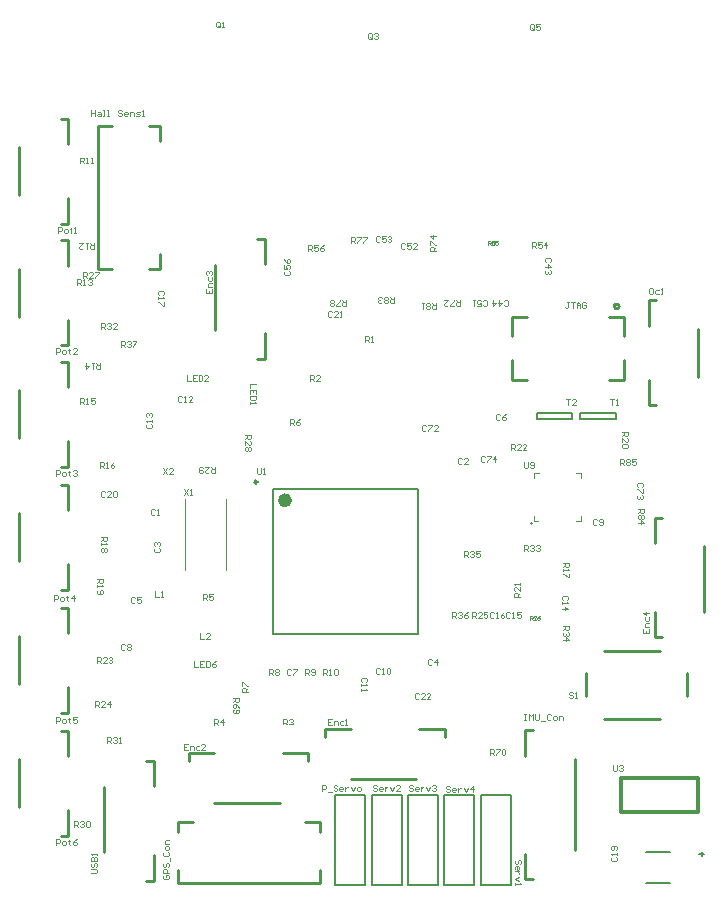
<source format=gto>
G04 Layer_Color=65535*
%FSLAX25Y25*%
%MOIN*%
G70*
G01*
G75*
%ADD32C,0.01181*%
%ADD35C,0.00984*%
%ADD74C,0.02362*%
%ADD75C,0.01000*%
%ADD76C,0.00394*%
%ADD77C,0.00787*%
%ADD78C,0.00591*%
D32*
X202850Y36700D02*
X228441D01*
X202850Y25500D02*
Y36700D01*
Y25500D02*
X228441D01*
Y36700D01*
D35*
X81571Y135378D02*
G03*
X81571Y135378I-492J0D01*
G01*
D74*
X91905Y129276D02*
G03*
X91905Y129276I-1181J0D01*
G01*
D75*
X202125Y193900D02*
G03*
X202125Y193900I-825J0D01*
G01*
X172846Y121634D02*
X172886D01*
X197000Y79100D02*
X215700D01*
X224900Y64000D02*
Y71600D01*
X197000Y56500D02*
X215701D01*
X191100Y64000D02*
Y71598D01*
X166300Y169500D02*
X171300D01*
X166300D02*
Y175900D01*
Y190500D02*
X171300D01*
X166300Y184100D02*
Y190500D01*
X198900Y169500D02*
X203900D01*
Y175900D01*
Y183900D02*
Y190300D01*
X198900D02*
X203900D01*
X18500Y248000D02*
Y256500D01*
X16000D02*
X18500D01*
X2000Y231000D02*
Y247000D01*
X16000Y221500D02*
X18500D01*
Y230000D01*
Y207500D02*
Y216000D01*
X16000D02*
X18500D01*
X2000Y190500D02*
Y206500D01*
X16000Y181000D02*
X18500D01*
Y189500D01*
Y167000D02*
Y175500D01*
X16000D02*
X18500D01*
X2000Y150000D02*
Y166000D01*
X16000Y140500D02*
X18500D01*
Y149000D01*
Y126000D02*
Y134500D01*
X16000D02*
X18500D01*
X2000Y109000D02*
Y125000D01*
X16000Y99500D02*
X18500D01*
Y108000D01*
Y85000D02*
Y93500D01*
X16000D02*
X18500D01*
X2000Y68000D02*
Y84000D01*
X16000Y58500D02*
X18500D01*
Y67000D01*
Y44000D02*
Y52500D01*
X16000D02*
X18500D01*
X2000Y27000D02*
Y43000D01*
X16000Y17500D02*
X18500D01*
Y26000D01*
X212000Y161000D02*
Y169500D01*
Y161000D02*
X214500D01*
X228500Y170500D02*
Y186500D01*
X212000Y196000D02*
X214500D01*
X212000Y187500D02*
Y196000D01*
X67500Y186000D02*
Y207800D01*
X81500Y176500D02*
X84000D01*
Y185000D01*
X81500Y216400D02*
X84000D01*
Y207900D02*
Y216400D01*
X67200Y28500D02*
X89000D01*
X98500Y42500D02*
Y45000D01*
X90000D02*
X98500D01*
X58600Y42500D02*
Y45000D01*
X67100D01*
X112700Y36500D02*
X134500D01*
X144000Y50500D02*
Y53000D01*
X135500D02*
X144000D01*
X104100Y50500D02*
Y53000D01*
X112600D01*
X230500Y92200D02*
Y114000D01*
X214000Y123500D02*
X216500D01*
X214000Y115000D02*
Y123500D01*
Y83600D02*
X216500D01*
X214000D02*
Y92100D01*
X30500Y12000D02*
Y33800D01*
X44500Y2500D02*
X47000D01*
Y11000D01*
X44500Y42400D02*
X47000D01*
Y33900D02*
Y42400D01*
X49000Y249000D02*
Y253858D01*
Y206500D02*
Y211500D01*
X28500Y254000D02*
X33000D01*
X45500D02*
X49000D01*
X45500Y206500D02*
X49000D01*
X28500D02*
X33000D01*
X28500D02*
Y254000D01*
X55142Y22195D02*
X60000D01*
X97500D02*
X102500D01*
X55000Y1695D02*
Y6194D01*
Y18695D02*
Y22195D01*
X102500Y18695D02*
Y22195D01*
Y1695D02*
Y6194D01*
X55000Y1695D02*
X102500D01*
X170900Y3000D02*
Y11500D01*
Y3000D02*
X173400D01*
X170900Y44200D02*
Y52700D01*
X173400D01*
X187400Y12800D02*
Y43200D01*
D76*
X57300Y106218D02*
Y129818D01*
X71100Y106196D02*
Y129818D01*
X173752Y136713D02*
Y138248D01*
X175327D01*
X187925D02*
X189500D01*
Y136673D02*
Y138248D01*
Y122500D02*
Y124075D01*
X187925Y122500D02*
X189500D01*
X173752D02*
Y124075D01*
X173791Y122500D02*
X175209D01*
X166000Y146000D02*
Y147968D01*
X166984D01*
X167312Y147640D01*
Y146984D01*
X166984Y146656D01*
X166000D01*
X166656D02*
X167312Y146000D01*
X169280D02*
X167968D01*
X169280Y147312D01*
Y147640D01*
X168952Y147968D01*
X168296D01*
X167968Y147640D01*
X171248Y146000D02*
X169936D01*
X171248Y147312D01*
Y147640D01*
X170920Y147968D01*
X170264D01*
X169936Y147640D01*
X203000Y152000D02*
X204968D01*
Y151016D01*
X204640Y150688D01*
X203984D01*
X203656Y151016D01*
Y152000D01*
Y151344D02*
X203000Y150688D01*
Y148720D02*
Y150032D01*
X204312Y148720D01*
X204640D01*
X204968Y149048D01*
Y149704D01*
X204640Y150032D01*
Y148064D02*
X204968Y147736D01*
Y147080D01*
X204640Y146752D01*
X203328D01*
X203000Y147080D01*
Y147736D01*
X203328Y148064D01*
X204640D01*
X50000Y139968D02*
X51312Y138000D01*
Y139968D02*
X50000Y138000D01*
X53280D02*
X51968D01*
X53280Y139312D01*
Y139640D01*
X52952Y139968D01*
X52296D01*
X51968Y139640D01*
X57000Y132968D02*
X58312Y131000D01*
Y132968D02*
X57000Y131000D01*
X58968D02*
X59624D01*
X59296D01*
Y132968D01*
X58968Y132640D01*
X170500Y141968D02*
Y140328D01*
X170828Y140000D01*
X171484D01*
X171812Y140328D01*
Y141968D01*
X172468Y140328D02*
X172796Y140000D01*
X173452D01*
X173780Y140328D01*
Y141640D01*
X173452Y141968D01*
X172796D01*
X172468Y141640D01*
Y141312D01*
X172796Y140984D01*
X173780D01*
X200000Y40968D02*
Y39328D01*
X200328Y39000D01*
X200984D01*
X201312Y39328D01*
Y40968D01*
X201968Y40640D02*
X202296Y40968D01*
X202952D01*
X203280Y40640D01*
Y40312D01*
X202952Y39984D01*
X202624D01*
X202952D01*
X203280Y39656D01*
Y39328D01*
X202952Y39000D01*
X202296D01*
X201968Y39328D01*
X81500Y139968D02*
Y138328D01*
X81828Y138000D01*
X82484D01*
X82812Y138328D01*
Y139968D01*
X83468Y138000D02*
X84124D01*
X83796D01*
Y139968D01*
X83468Y139640D01*
X184500Y162968D02*
X185812D01*
X185156D01*
Y161000D01*
X187780D02*
X186468D01*
X187780Y162312D01*
Y162640D01*
X187452Y162968D01*
X186796D01*
X186468Y162640D01*
X199000Y162968D02*
X200312D01*
X199656D01*
Y161000D01*
X200968D02*
X201624D01*
X201296D01*
Y162968D01*
X200968Y162640D01*
X186812Y65140D02*
X186484Y65468D01*
X185828D01*
X185500Y65140D01*
Y64812D01*
X185828Y64484D01*
X186484D01*
X186812Y64156D01*
Y63828D01*
X186484Y63500D01*
X185828D01*
X185500Y63828D01*
X187468Y63500D02*
X188124D01*
X187796D01*
Y65468D01*
X187468Y65140D01*
X202500Y141000D02*
Y142968D01*
X203484D01*
X203812Y142640D01*
Y141984D01*
X203484Y141656D01*
X202500D01*
X203156D02*
X203812Y141000D01*
X204468Y142640D02*
X204796Y142968D01*
X205452D01*
X205780Y142640D01*
Y142312D01*
X205452Y141984D01*
X205780Y141656D01*
Y141328D01*
X205452Y141000D01*
X204796D01*
X204468Y141328D01*
Y141656D01*
X204796Y141984D01*
X204468Y142312D01*
Y142640D01*
X204796Y141984D02*
X205452D01*
X207748Y142968D02*
X206436D01*
Y141984D01*
X207092Y142312D01*
X207420D01*
X207748Y141984D01*
Y141328D01*
X207420Y141000D01*
X206764D01*
X206436Y141328D01*
X208500Y126500D02*
X210468D01*
Y125516D01*
X210140Y125188D01*
X209484D01*
X209156Y125516D01*
Y126500D01*
Y125844D02*
X208500Y125188D01*
X210140Y124532D02*
X210468Y124204D01*
Y123548D01*
X210140Y123220D01*
X209812D01*
X209484Y123548D01*
X209156Y123220D01*
X208828D01*
X208500Y123548D01*
Y124204D01*
X208828Y124532D01*
X209156D01*
X209484Y124204D01*
X209812Y124532D01*
X210140D01*
X209484Y124204D02*
Y123548D01*
X208500Y121580D02*
X210468D01*
X209484Y122564D01*
Y121252D01*
X127000Y197000D02*
Y195032D01*
X126016D01*
X125688Y195360D01*
Y196016D01*
X126016Y196344D01*
X127000D01*
X126344D02*
X125688Y197000D01*
X125032Y195360D02*
X124704Y195032D01*
X124048D01*
X123720Y195360D01*
Y195688D01*
X124048Y196016D01*
X123720Y196344D01*
Y196672D01*
X124048Y197000D01*
X124704D01*
X125032Y196672D01*
Y196344D01*
X124704Y196016D01*
X125032Y195688D01*
Y195360D01*
X124704Y196016D02*
X124048D01*
X123064Y195360D02*
X122736Y195032D01*
X122080D01*
X121752Y195360D01*
Y195688D01*
X122080Y196016D01*
X122408D01*
X122080D01*
X121752Y196344D01*
Y196672D01*
X122080Y197000D01*
X122736D01*
X123064Y196672D01*
X141000Y195000D02*
Y193032D01*
X140016D01*
X139688Y193360D01*
Y194016D01*
X140016Y194344D01*
X141000D01*
X140344D02*
X139688Y195000D01*
X139032Y193360D02*
X138704Y193032D01*
X138048D01*
X137720Y193360D01*
Y193688D01*
X138048Y194016D01*
X137720Y194344D01*
Y194672D01*
X138048Y195000D01*
X138704D01*
X139032Y194672D01*
Y194344D01*
X138704Y194016D01*
X139032Y193688D01*
Y193360D01*
X138704Y194016D02*
X138048D01*
X137064Y195000D02*
X136408D01*
X136736D01*
Y193032D01*
X137064Y193360D01*
X111000Y196000D02*
Y194032D01*
X110016D01*
X109688Y194360D01*
Y195016D01*
X110016Y195344D01*
X111000D01*
X110344D02*
X109688Y196000D01*
X109032Y194032D02*
X107720D01*
Y194360D01*
X109032Y195672D01*
Y196000D01*
X107064Y194360D02*
X106736Y194032D01*
X106080D01*
X105752Y194360D01*
Y194688D01*
X106080Y195016D01*
X105752Y195344D01*
Y195672D01*
X106080Y196000D01*
X106736D01*
X107064Y195672D01*
Y195344D01*
X106736Y195016D01*
X107064Y194688D01*
Y194360D01*
X106736Y195016D02*
X106080D01*
X112923Y215107D02*
Y217075D01*
X113906D01*
X114234Y216747D01*
Y216091D01*
X113906Y215763D01*
X112923D01*
X113578D02*
X114234Y215107D01*
X114890Y217075D02*
X116202D01*
Y216747D01*
X114890Y215435D01*
Y215107D01*
X116858Y217075D02*
X118170D01*
Y216747D01*
X116858Y215435D01*
Y215107D01*
X141000Y212500D02*
X139032D01*
Y213484D01*
X139360Y213812D01*
X140016D01*
X140344Y213484D01*
Y212500D01*
Y213156D02*
X141000Y213812D01*
X139032Y214468D02*
Y215780D01*
X139360D01*
X140672Y214468D01*
X141000D01*
Y217420D02*
X139032D01*
X140016Y216436D01*
Y217748D01*
X149000Y196000D02*
Y194032D01*
X148016D01*
X147688Y194360D01*
Y195016D01*
X148016Y195344D01*
X149000D01*
X148344D02*
X147688Y196000D01*
X147032Y194032D02*
X145720D01*
Y194360D01*
X147032Y195672D01*
Y196000D01*
X143752D02*
X145064D01*
X143752Y194688D01*
Y194360D01*
X144080Y194032D01*
X144736D01*
X145064Y194360D01*
X159000Y44500D02*
Y46468D01*
X159984D01*
X160312Y46140D01*
Y45484D01*
X159984Y45156D01*
X159000D01*
X159656D02*
X160312Y44500D01*
X160968Y46468D02*
X162280D01*
Y46140D01*
X160968Y44828D01*
Y44500D01*
X162936Y46140D02*
X163264Y46468D01*
X163920D01*
X164248Y46140D01*
Y44828D01*
X163920Y44500D01*
X163264D01*
X162936Y44828D01*
Y46140D01*
X73549Y63493D02*
X75517D01*
Y62509D01*
X75189Y62181D01*
X74533D01*
X74205Y62509D01*
Y63493D01*
Y62836D02*
X73549Y62181D01*
X75517Y60213D02*
X75189Y60869D01*
X74533Y61525D01*
X73877D01*
X73549Y61197D01*
Y60541D01*
X73877Y60213D01*
X74205D01*
X74533Y60541D01*
Y61525D01*
X73877Y59557D02*
X73549Y59229D01*
Y58573D01*
X73877Y58245D01*
X75189D01*
X75517Y58573D01*
Y59229D01*
X75189Y59557D01*
X74861D01*
X74533Y59229D01*
Y58245D01*
X98500Y212500D02*
Y214468D01*
X99484D01*
X99812Y214140D01*
Y213484D01*
X99484Y213156D01*
X98500D01*
X99156D02*
X99812Y212500D01*
X101780Y214468D02*
X100468D01*
Y213484D01*
X101124Y213812D01*
X101452D01*
X101780Y213484D01*
Y212828D01*
X101452Y212500D01*
X100796D01*
X100468Y212828D01*
X103748Y214468D02*
X103092Y214140D01*
X102436Y213484D01*
Y212828D01*
X102764Y212500D01*
X103420D01*
X103748Y212828D01*
Y213156D01*
X103420Y213484D01*
X102436D01*
X158500Y214500D02*
Y215681D01*
X159090D01*
X159287Y215484D01*
Y215090D01*
X159090Y214894D01*
X158500D01*
X158894D02*
X159287Y214500D01*
X160468Y215681D02*
X159681D01*
Y215090D01*
X160074Y215287D01*
X160271D01*
X160468Y215090D01*
Y214697D01*
X160271Y214500D01*
X159878D01*
X159681Y214697D01*
X161649Y215681D02*
X160861D01*
Y215090D01*
X161255Y215287D01*
X161452D01*
X161649Y215090D01*
Y214697D01*
X161452Y214500D01*
X161058D01*
X160861Y214697D01*
X173000Y213500D02*
Y215468D01*
X173984D01*
X174312Y215140D01*
Y214484D01*
X173984Y214156D01*
X173000D01*
X173656D02*
X174312Y213500D01*
X176280Y215468D02*
X174968D01*
Y214484D01*
X175624Y214812D01*
X175952D01*
X176280Y214484D01*
Y213828D01*
X175952Y213500D01*
X175296D01*
X174968Y213828D01*
X177920Y213500D02*
Y215468D01*
X176936Y214484D01*
X178248D01*
X36000Y180500D02*
Y182468D01*
X36984D01*
X37312Y182140D01*
Y181484D01*
X36984Y181156D01*
X36000D01*
X36656D02*
X37312Y180500D01*
X37968Y182140D02*
X38296Y182468D01*
X38952D01*
X39280Y182140D01*
Y181812D01*
X38952Y181484D01*
X38624D01*
X38952D01*
X39280Y181156D01*
Y180828D01*
X38952Y180500D01*
X38296D01*
X37968Y180828D01*
X39936Y182468D02*
X41248D01*
Y182140D01*
X39936Y180828D01*
Y180500D01*
X146500Y90000D02*
Y91968D01*
X147484D01*
X147812Y91640D01*
Y90984D01*
X147484Y90656D01*
X146500D01*
X147156D02*
X147812Y90000D01*
X148468Y91640D02*
X148796Y91968D01*
X149452D01*
X149780Y91640D01*
Y91312D01*
X149452Y90984D01*
X149124D01*
X149452D01*
X149780Y90656D01*
Y90328D01*
X149452Y90000D01*
X148796D01*
X148468Y90328D01*
X151748Y91968D02*
X151092Y91640D01*
X150436Y90984D01*
Y90328D01*
X150764Y90000D01*
X151420D01*
X151748Y90328D01*
Y90656D01*
X151420Y90984D01*
X150436D01*
X150500Y110500D02*
Y112468D01*
X151484D01*
X151812Y112140D01*
Y111484D01*
X151484Y111156D01*
X150500D01*
X151156D02*
X151812Y110500D01*
X152468Y112140D02*
X152796Y112468D01*
X153452D01*
X153780Y112140D01*
Y111812D01*
X153452Y111484D01*
X153124D01*
X153452D01*
X153780Y111156D01*
Y110828D01*
X153452Y110500D01*
X152796D01*
X152468Y110828D01*
X155748Y112468D02*
X154436D01*
Y111484D01*
X155092Y111812D01*
X155420D01*
X155748Y111484D01*
Y110828D01*
X155420Y110500D01*
X154764D01*
X154436Y110828D01*
X183500Y87500D02*
X185468D01*
Y86516D01*
X185140Y86188D01*
X184484D01*
X184156Y86516D01*
Y87500D01*
Y86844D02*
X183500Y86188D01*
X185140Y85532D02*
X185468Y85204D01*
Y84548D01*
X185140Y84220D01*
X184812D01*
X184484Y84548D01*
Y84876D01*
Y84548D01*
X184156Y84220D01*
X183828D01*
X183500Y84548D01*
Y85204D01*
X183828Y85532D01*
X183500Y82580D02*
X185468D01*
X184484Y83564D01*
Y82252D01*
X170500Y112500D02*
Y114468D01*
X171484D01*
X171812Y114140D01*
Y113484D01*
X171484Y113156D01*
X170500D01*
X171156D02*
X171812Y112500D01*
X172468Y114140D02*
X172796Y114468D01*
X173452D01*
X173780Y114140D01*
Y113812D01*
X173452Y113484D01*
X173124D01*
X173452D01*
X173780Y113156D01*
Y112828D01*
X173452Y112500D01*
X172796D01*
X172468Y112828D01*
X174436Y114140D02*
X174764Y114468D01*
X175420D01*
X175748Y114140D01*
Y113812D01*
X175420Y113484D01*
X175092D01*
X175420D01*
X175748Y113156D01*
Y112828D01*
X175420Y112500D01*
X174764D01*
X174436Y112828D01*
X29500Y186500D02*
Y188468D01*
X30484D01*
X30812Y188140D01*
Y187484D01*
X30484Y187156D01*
X29500D01*
X30156D02*
X30812Y186500D01*
X31468Y188140D02*
X31796Y188468D01*
X32452D01*
X32780Y188140D01*
Y187812D01*
X32452Y187484D01*
X32124D01*
X32452D01*
X32780Y187156D01*
Y186828D01*
X32452Y186500D01*
X31796D01*
X31468Y186828D01*
X34748Y186500D02*
X33436D01*
X34748Y187812D01*
Y188140D01*
X34420Y188468D01*
X33764D01*
X33436Y188140D01*
X31500Y48500D02*
Y50468D01*
X32484D01*
X32812Y50140D01*
Y49484D01*
X32484Y49156D01*
X31500D01*
X32156D02*
X32812Y48500D01*
X33468Y50140D02*
X33796Y50468D01*
X34452D01*
X34780Y50140D01*
Y49812D01*
X34452Y49484D01*
X34124D01*
X34452D01*
X34780Y49156D01*
Y48828D01*
X34452Y48500D01*
X33796D01*
X33468Y48828D01*
X35436Y48500D02*
X36092D01*
X35764D01*
Y50468D01*
X35436Y50140D01*
X20500Y20500D02*
Y22468D01*
X21484D01*
X21812Y22140D01*
Y21484D01*
X21484Y21156D01*
X20500D01*
X21156D02*
X21812Y20500D01*
X22468Y22140D02*
X22796Y22468D01*
X23452D01*
X23780Y22140D01*
Y21812D01*
X23452Y21484D01*
X23124D01*
X23452D01*
X23780Y21156D01*
Y20828D01*
X23452Y20500D01*
X22796D01*
X22468Y20828D01*
X24436Y22140D02*
X24764Y22468D01*
X25420D01*
X25748Y22140D01*
Y20828D01*
X25420Y20500D01*
X24764D01*
X24436Y20828D01*
Y22140D01*
X67500Y140500D02*
Y138532D01*
X66516D01*
X66188Y138860D01*
Y139516D01*
X66516Y139844D01*
X67500D01*
X66844D02*
X66188Y140500D01*
X64220D02*
X65532D01*
X64220Y139188D01*
Y138860D01*
X64548Y138532D01*
X65204D01*
X65532Y138860D01*
X63564Y140172D02*
X63236Y140500D01*
X62580D01*
X62252Y140172D01*
Y138860D01*
X62580Y138532D01*
X63236D01*
X63564Y138860D01*
Y139188D01*
X63236Y139516D01*
X62252D01*
X77500Y151000D02*
X79468D01*
Y150016D01*
X79140Y149688D01*
X78484D01*
X78156Y150016D01*
Y151000D01*
Y150344D02*
X77500Y149688D01*
Y147720D02*
Y149032D01*
X78812Y147720D01*
X79140D01*
X79468Y148048D01*
Y148704D01*
X79140Y149032D01*
Y147064D02*
X79468Y146736D01*
Y146080D01*
X79140Y145752D01*
X78812D01*
X78484Y146080D01*
X78156Y145752D01*
X77828D01*
X77500Y146080D01*
Y146736D01*
X77828Y147064D01*
X78156D01*
X78484Y146736D01*
X78812Y147064D01*
X79140D01*
X78484Y146736D02*
Y146080D01*
X23500Y203500D02*
Y205468D01*
X24484D01*
X24812Y205140D01*
Y204484D01*
X24484Y204156D01*
X23500D01*
X24156D02*
X24812Y203500D01*
X26780D02*
X25468D01*
X26780Y204812D01*
Y205140D01*
X26452Y205468D01*
X25796D01*
X25468Y205140D01*
X27436Y205468D02*
X28748D01*
Y205140D01*
X27436Y203828D01*
Y203500D01*
X172500Y89500D02*
Y90681D01*
X173090D01*
X173287Y90484D01*
Y90090D01*
X173090Y89894D01*
X172500D01*
X172894D02*
X173287Y89500D01*
X174468D02*
X173681D01*
X174468Y90287D01*
Y90484D01*
X174271Y90681D01*
X173878D01*
X173681Y90484D01*
X175649Y90681D02*
X175255Y90484D01*
X174861Y90090D01*
Y89697D01*
X175058Y89500D01*
X175452D01*
X175649Y89697D01*
Y89894D01*
X175452Y90090D01*
X174861D01*
X153000Y90000D02*
Y91968D01*
X153984D01*
X154312Y91640D01*
Y90984D01*
X153984Y90656D01*
X153000D01*
X153656D02*
X154312Y90000D01*
X156280D02*
X154968D01*
X156280Y91312D01*
Y91640D01*
X155952Y91968D01*
X155296D01*
X154968Y91640D01*
X158248Y91968D02*
X156936D01*
Y90984D01*
X157592Y91312D01*
X157920D01*
X158248Y90984D01*
Y90328D01*
X157920Y90000D01*
X157264D01*
X156936Y90328D01*
X27500Y60500D02*
Y62468D01*
X28484D01*
X28812Y62140D01*
Y61484D01*
X28484Y61156D01*
X27500D01*
X28156D02*
X28812Y60500D01*
X30780D02*
X29468D01*
X30780Y61812D01*
Y62140D01*
X30452Y62468D01*
X29796D01*
X29468Y62140D01*
X32420Y60500D02*
Y62468D01*
X31436Y61484D01*
X32748D01*
X28000Y75000D02*
Y76968D01*
X28984D01*
X29312Y76640D01*
Y75984D01*
X28984Y75656D01*
X28000D01*
X28656D02*
X29312Y75000D01*
X31280D02*
X29968D01*
X31280Y76312D01*
Y76640D01*
X30952Y76968D01*
X30296D01*
X29968Y76640D01*
X31936D02*
X32264Y76968D01*
X32920D01*
X33248Y76640D01*
Y76312D01*
X32920Y75984D01*
X32592D01*
X32920D01*
X33248Y75656D01*
Y75328D01*
X32920Y75000D01*
X32264D01*
X31936Y75328D01*
X169000Y97000D02*
X167032D01*
Y97984D01*
X167360Y98312D01*
X168016D01*
X168344Y97984D01*
Y97000D01*
Y97656D02*
X169000Y98312D01*
Y100280D02*
Y98968D01*
X167688Y100280D01*
X167360D01*
X167032Y99952D01*
Y99296D01*
X167360Y98968D01*
X169000Y100936D02*
Y101592D01*
Y101264D01*
X167032D01*
X167360Y100936D01*
X28000Y103000D02*
X29968D01*
Y102016D01*
X29640Y101688D01*
X28984D01*
X28656Y102016D01*
Y103000D01*
Y102344D02*
X28000Y101688D01*
Y101032D02*
Y100376D01*
Y100704D01*
X29968D01*
X29640Y101032D01*
X28328Y99392D02*
X28000Y99064D01*
Y98408D01*
X28328Y98080D01*
X29640D01*
X29968Y98408D01*
Y99064D01*
X29640Y99392D01*
X29312D01*
X28984Y99064D01*
Y98080D01*
X29500Y117000D02*
X31468D01*
Y116016D01*
X31140Y115688D01*
X30484D01*
X30156Y116016D01*
Y117000D01*
Y116344D02*
X29500Y115688D01*
Y115032D02*
Y114376D01*
Y114704D01*
X31468D01*
X31140Y115032D01*
Y113392D02*
X31468Y113064D01*
Y112408D01*
X31140Y112080D01*
X30812D01*
X30484Y112408D01*
X30156Y112080D01*
X29828D01*
X29500Y112408D01*
Y113064D01*
X29828Y113392D01*
X30156D01*
X30484Y113064D01*
X30812Y113392D01*
X31140D01*
X30484Y113064D02*
Y112408D01*
X183500Y108500D02*
X185468D01*
Y107516D01*
X185140Y107188D01*
X184484D01*
X184156Y107516D01*
Y108500D01*
Y107844D02*
X183500Y107188D01*
Y106532D02*
Y105876D01*
Y106204D01*
X185468D01*
X185140Y106532D01*
X185468Y104892D02*
Y103580D01*
X185140D01*
X183828Y104892D01*
X183500D01*
X29000Y140000D02*
Y141968D01*
X29984D01*
X30312Y141640D01*
Y140984D01*
X29984Y140656D01*
X29000D01*
X29656D02*
X30312Y140000D01*
X30968D02*
X31624D01*
X31296D01*
Y141968D01*
X30968Y141640D01*
X33920Y141968D02*
X33264Y141640D01*
X32608Y140984D01*
Y140328D01*
X32936Y140000D01*
X33592D01*
X33920Y140328D01*
Y140656D01*
X33592Y140984D01*
X32608D01*
X22500Y161500D02*
Y163468D01*
X23484D01*
X23812Y163140D01*
Y162484D01*
X23484Y162156D01*
X22500D01*
X23156D02*
X23812Y161500D01*
X24468D02*
X25124D01*
X24796D01*
Y163468D01*
X24468Y163140D01*
X27420Y163468D02*
X26108D01*
Y162484D01*
X26764Y162812D01*
X27092D01*
X27420Y162484D01*
Y161828D01*
X27092Y161500D01*
X26436D01*
X26108Y161828D01*
X29000Y175000D02*
Y173032D01*
X28016D01*
X27688Y173360D01*
Y174016D01*
X28016Y174344D01*
X29000D01*
X28344D02*
X27688Y175000D01*
X27032D02*
X26376D01*
X26704D01*
Y173032D01*
X27032Y173360D01*
X24408Y175000D02*
Y173032D01*
X25392Y174016D01*
X24080D01*
X21500Y201000D02*
Y202968D01*
X22484D01*
X22812Y202640D01*
Y201984D01*
X22484Y201656D01*
X21500D01*
X22156D02*
X22812Y201000D01*
X23468D02*
X24124D01*
X23796D01*
Y202968D01*
X23468Y202640D01*
X25108D02*
X25436Y202968D01*
X26092D01*
X26420Y202640D01*
Y202312D01*
X26092Y201984D01*
X25764D01*
X26092D01*
X26420Y201656D01*
Y201328D01*
X26092Y201000D01*
X25436D01*
X25108Y201328D01*
X27000Y215000D02*
Y213032D01*
X26016D01*
X25688Y213360D01*
Y214016D01*
X26016Y214344D01*
X27000D01*
X26344D02*
X25688Y215000D01*
X25032D02*
X24376D01*
X24704D01*
Y213032D01*
X25032Y213360D01*
X22080Y215000D02*
X23392D01*
X22080Y213688D01*
Y213360D01*
X22408Y213032D01*
X23064D01*
X23392Y213360D01*
X22500Y241588D02*
Y243556D01*
X23484D01*
X23812Y243228D01*
Y242572D01*
X23484Y242244D01*
X22500D01*
X23156D02*
X23812Y241588D01*
X24468D02*
X25124D01*
X24796D01*
Y243556D01*
X24468Y243228D01*
X26108Y241588D02*
X26764D01*
X26436D01*
Y243556D01*
X26108Y243228D01*
X103500Y71000D02*
Y72968D01*
X104484D01*
X104812Y72640D01*
Y71984D01*
X104484Y71656D01*
X103500D01*
X104156D02*
X104812Y71000D01*
X105468D02*
X106124D01*
X105796D01*
Y72968D01*
X105468Y72640D01*
X107108D02*
X107436Y72968D01*
X108092D01*
X108420Y72640D01*
Y71328D01*
X108092Y71000D01*
X107436D01*
X107108Y71328D01*
Y72640D01*
X97500Y71200D02*
Y73168D01*
X98484D01*
X98812Y72840D01*
Y72184D01*
X98484Y71856D01*
X97500D01*
X98156D02*
X98812Y71200D01*
X99468Y71528D02*
X99796Y71200D01*
X100452D01*
X100780Y71528D01*
Y72840D01*
X100452Y73168D01*
X99796D01*
X99468Y72840D01*
Y72512D01*
X99796Y72184D01*
X100780D01*
X85500Y71000D02*
Y72968D01*
X86484D01*
X86812Y72640D01*
Y71984D01*
X86484Y71656D01*
X85500D01*
X86156D02*
X86812Y71000D01*
X87468Y72640D02*
X87796Y72968D01*
X88452D01*
X88780Y72640D01*
Y72312D01*
X88452Y71984D01*
X88780Y71656D01*
Y71328D01*
X88452Y71000D01*
X87796D01*
X87468Y71328D01*
Y71656D01*
X87796Y71984D01*
X87468Y72312D01*
Y72640D01*
X87796Y71984D02*
X88452D01*
X78439Y65500D02*
X76472D01*
Y66484D01*
X76799Y66812D01*
X77455D01*
X77783Y66484D01*
Y65500D01*
Y66156D02*
X78439Y66812D01*
X76472Y67468D02*
Y68780D01*
X76799D01*
X78111Y67468D01*
X78439D01*
X92500Y154500D02*
Y156468D01*
X93484D01*
X93812Y156140D01*
Y155484D01*
X93484Y155156D01*
X92500D01*
X93156D02*
X93812Y154500D01*
X95780Y156468D02*
X95124Y156140D01*
X94468Y155484D01*
Y154828D01*
X94796Y154500D01*
X95452D01*
X95780Y154828D01*
Y155156D01*
X95452Y155484D01*
X94468D01*
X63500Y96000D02*
Y97968D01*
X64484D01*
X64812Y97640D01*
Y96984D01*
X64484Y96656D01*
X63500D01*
X64156D02*
X64812Y96000D01*
X66780Y97968D02*
X65468D01*
Y96984D01*
X66124Y97312D01*
X66452D01*
X66780Y96984D01*
Y96328D01*
X66452Y96000D01*
X65796D01*
X65468Y96328D01*
X67000Y54500D02*
Y56468D01*
X67984D01*
X68312Y56140D01*
Y55484D01*
X67984Y55156D01*
X67000D01*
X67656D02*
X68312Y54500D01*
X69952D02*
Y56468D01*
X68968Y55484D01*
X70280D01*
X90000Y54561D02*
Y56529D01*
X90984D01*
X91312Y56200D01*
Y55545D01*
X90984Y55217D01*
X90000D01*
X90656D02*
X91312Y54561D01*
X91968Y56200D02*
X92296Y56529D01*
X92952D01*
X93280Y56200D01*
Y55873D01*
X92952Y55545D01*
X92624D01*
X92952D01*
X93280Y55217D01*
Y54889D01*
X92952Y54561D01*
X92296D01*
X91968Y54889D01*
X99000Y169000D02*
Y170968D01*
X99984D01*
X100312Y170640D01*
Y169984D01*
X99984Y169656D01*
X99000D01*
X99656D02*
X100312Y169000D01*
X102280D02*
X100968D01*
X102280Y170312D01*
Y170640D01*
X101952Y170968D01*
X101296D01*
X100968Y170640D01*
X117500Y182000D02*
Y183968D01*
X118484D01*
X118812Y183640D01*
Y182984D01*
X118484Y182656D01*
X117500D01*
X118156D02*
X118812Y182000D01*
X119468D02*
X120124D01*
X119796D01*
Y183968D01*
X119468Y183640D01*
X173812Y286328D02*
Y287640D01*
X173484Y287968D01*
X172828D01*
X172500Y287640D01*
Y286328D01*
X172828Y286000D01*
X173484D01*
X173156Y286656D02*
X173812Y286000D01*
X173484D02*
X173812Y286328D01*
X175780Y287968D02*
X174468D01*
Y286984D01*
X175124Y287312D01*
X175452D01*
X175780Y286984D01*
Y286328D01*
X175452Y286000D01*
X174796D01*
X174468Y286328D01*
X119812Y283328D02*
Y284640D01*
X119484Y284968D01*
X118828D01*
X118500Y284640D01*
Y283328D01*
X118828Y283000D01*
X119484D01*
X119156Y283656D02*
X119812Y283000D01*
X119484D02*
X119812Y283328D01*
X120468Y284640D02*
X120796Y284968D01*
X121452D01*
X121780Y284640D01*
Y284312D01*
X121452Y283984D01*
X121124D01*
X121452D01*
X121780Y283656D01*
Y283328D01*
X121452Y283000D01*
X120796D01*
X120468Y283328D01*
X69112Y287228D02*
Y288540D01*
X68784Y288868D01*
X68128D01*
X67800Y288540D01*
Y287228D01*
X68128Y286900D01*
X68784D01*
X68456Y287556D02*
X69112Y286900D01*
X68784D02*
X69112Y287228D01*
X69768Y286900D02*
X70424D01*
X70096D01*
Y288868D01*
X69768Y288540D01*
X60500Y75668D02*
Y73700D01*
X61812D01*
X63780Y75668D02*
X62468D01*
Y73700D01*
X63780D01*
X62468Y74684D02*
X63124D01*
X64436Y75668D02*
Y73700D01*
X65420D01*
X65748Y74028D01*
Y75340D01*
X65420Y75668D01*
X64436D01*
X67716D02*
X67059Y75340D01*
X66404Y74684D01*
Y74028D01*
X66732Y73700D01*
X67387D01*
X67716Y74028D01*
Y74356D01*
X67387Y74684D01*
X66404D01*
X58000Y170968D02*
Y169000D01*
X59312D01*
X61280Y170968D02*
X59968D01*
Y169000D01*
X61280D01*
X59968Y169984D02*
X60624D01*
X61936Y170968D02*
Y169000D01*
X62920D01*
X63248Y169328D01*
Y170640D01*
X62920Y170968D01*
X61936D01*
X65215Y169000D02*
X63904D01*
X65215Y170312D01*
Y170640D01*
X64887Y170968D01*
X64232D01*
X63904Y170640D01*
X80968Y168000D02*
X79000D01*
Y166688D01*
X80968Y164720D02*
Y166032D01*
X79000D01*
Y164720D01*
X79984Y166032D02*
Y165376D01*
X80968Y164064D02*
X79000D01*
Y163080D01*
X79328Y162752D01*
X80640D01*
X80968Y163080D01*
Y164064D01*
X79000Y162096D02*
Y161441D01*
Y161768D01*
X80968D01*
X80640Y162096D01*
X62500Y84968D02*
Y83000D01*
X63812D01*
X65780D02*
X64468D01*
X65780Y84312D01*
Y84640D01*
X65452Y84968D01*
X64796D01*
X64468Y84640D01*
X47500Y99168D02*
Y97200D01*
X48812D01*
X49468D02*
X50124D01*
X49796D01*
Y99168D01*
X49468Y98840D01*
X170500Y57968D02*
X171156D01*
X170828D01*
Y56000D01*
X170500D01*
X171156D01*
X172140D02*
Y57968D01*
X172796Y57312D01*
X173452Y57968D01*
Y56000D01*
X174108Y57968D02*
Y56328D01*
X174436Y56000D01*
X175092D01*
X175420Y56328D01*
Y57968D01*
X176076Y55672D02*
X177387D01*
X179355Y57640D02*
X179027Y57968D01*
X178372D01*
X178043Y57640D01*
Y56328D01*
X178372Y56000D01*
X179027D01*
X179355Y56328D01*
X180339Y56000D02*
X180995D01*
X181323Y56328D01*
Y56984D01*
X180995Y57312D01*
X180339D01*
X180011Y56984D01*
Y56328D01*
X180339Y56000D01*
X181979D02*
Y57312D01*
X182963D01*
X183291Y56984D01*
Y56000D01*
X50360Y4312D02*
X50032Y3984D01*
Y3328D01*
X50360Y3000D01*
X51672D01*
X52000Y3328D01*
Y3984D01*
X51672Y4312D01*
X51016D01*
Y3656D01*
X52000Y4968D02*
X50032D01*
Y5952D01*
X50360Y6280D01*
X51016D01*
X51344Y5952D01*
Y4968D01*
X50360Y8248D02*
X50032Y7920D01*
Y7264D01*
X50360Y6936D01*
X50688D01*
X51016Y7264D01*
Y7920D01*
X51344Y8248D01*
X51672D01*
X52000Y7920D01*
Y7264D01*
X51672Y6936D01*
X52328Y8904D02*
Y10215D01*
X50360Y12183D02*
X50032Y11855D01*
Y11199D01*
X50360Y10871D01*
X51672D01*
X52000Y11199D01*
Y11855D01*
X51672Y12183D01*
X52000Y13167D02*
Y13823D01*
X51672Y14151D01*
X51016D01*
X50688Y13823D01*
Y13167D01*
X51016Y12839D01*
X51672D01*
X52000Y13167D01*
Y14807D02*
X50688D01*
Y15791D01*
X51016Y16119D01*
X52000D01*
X26032Y5000D02*
X27672D01*
X28000Y5328D01*
Y5984D01*
X27672Y6312D01*
X26032D01*
X26360Y8280D02*
X26032Y7952D01*
Y7296D01*
X26360Y6968D01*
X26688D01*
X27016Y7296D01*
Y7952D01*
X27344Y8280D01*
X27672D01*
X28000Y7952D01*
Y7296D01*
X27672Y6968D01*
X26032Y8936D02*
X28000D01*
Y9920D01*
X27672Y10248D01*
X27344D01*
X27016Y9920D01*
Y8936D01*
Y9920D01*
X26688Y10248D01*
X26360D01*
X26032Y9920D01*
Y8936D01*
X28000Y10904D02*
Y11559D01*
Y11232D01*
X26032D01*
X26360Y10904D01*
X26000Y259468D02*
Y257500D01*
Y258484D01*
X27312D01*
Y259468D01*
Y257500D01*
X28296Y258812D02*
X28952D01*
X29280Y258484D01*
Y257500D01*
X28296D01*
X27968Y257828D01*
X28296Y258156D01*
X29280D01*
X29936Y257500D02*
X30592D01*
X30264D01*
Y259468D01*
X29936D01*
X31576Y257500D02*
X32232D01*
X31904D01*
Y259468D01*
X31576D01*
X36495Y259140D02*
X36167Y259468D01*
X35511D01*
X35183Y259140D01*
Y258812D01*
X35511Y258484D01*
X36167D01*
X36495Y258156D01*
Y257828D01*
X36167Y257500D01*
X35511D01*
X35183Y257828D01*
X38135Y257500D02*
X37479D01*
X37151Y257828D01*
Y258484D01*
X37479Y258812D01*
X38135D01*
X38463Y258484D01*
Y258156D01*
X37151D01*
X39119Y257500D02*
Y258812D01*
X40103D01*
X40431Y258484D01*
Y257500D01*
X41087D02*
X42071D01*
X42399Y257828D01*
X42071Y258156D01*
X41415D01*
X41087Y258484D01*
X41415Y258812D01*
X42399D01*
X43055Y257500D02*
X43711D01*
X43383D01*
Y259468D01*
X43055Y259140D01*
X212984Y199968D02*
X212328D01*
X212000Y199640D01*
Y198328D01*
X212328Y198000D01*
X212984D01*
X213312Y198328D01*
Y199640D01*
X212984Y199968D01*
X215280Y199312D02*
X214296D01*
X213968Y198984D01*
Y198328D01*
X214296Y198000D01*
X215280D01*
X215936D02*
X216592D01*
X216264D01*
Y199968D01*
X215936Y199640D01*
X14500Y14500D02*
Y16468D01*
X15484D01*
X15812Y16140D01*
Y15484D01*
X15484Y15156D01*
X14500D01*
X16796Y14500D02*
X17452D01*
X17780Y14828D01*
Y15484D01*
X17452Y15812D01*
X16796D01*
X16468Y15484D01*
Y14828D01*
X16796Y14500D01*
X18764Y16140D02*
Y15812D01*
X18436D01*
X19092D01*
X18764D01*
Y14828D01*
X19092Y14500D01*
X21387Y16468D02*
X20732Y16140D01*
X20076Y15484D01*
Y14828D01*
X20404Y14500D01*
X21059D01*
X21387Y14828D01*
Y15156D01*
X21059Y15484D01*
X20076D01*
X145812Y33640D02*
X145484Y33968D01*
X144828D01*
X144500Y33640D01*
Y33312D01*
X144828Y32984D01*
X145484D01*
X145812Y32656D01*
Y32328D01*
X145484Y32000D01*
X144828D01*
X144500Y32328D01*
X147452Y32000D02*
X146796D01*
X146468Y32328D01*
Y32984D01*
X146796Y33312D01*
X147452D01*
X147780Y32984D01*
Y32656D01*
X146468D01*
X148436Y33312D02*
Y32000D01*
Y32656D01*
X148764Y32984D01*
X149092Y33312D01*
X149420D01*
X150404D02*
X151059Y32000D01*
X151716Y33312D01*
X153355Y32000D02*
Y33968D01*
X152371Y32984D01*
X153683D01*
X133312Y34140D02*
X132984Y34468D01*
X132328D01*
X132000Y34140D01*
Y33812D01*
X132328Y33484D01*
X132984D01*
X133312Y33156D01*
Y32828D01*
X132984Y32500D01*
X132328D01*
X132000Y32828D01*
X134952Y32500D02*
X134296D01*
X133968Y32828D01*
Y33484D01*
X134296Y33812D01*
X134952D01*
X135280Y33484D01*
Y33156D01*
X133968D01*
X135936Y33812D02*
Y32500D01*
Y33156D01*
X136264Y33484D01*
X136592Y33812D01*
X136920D01*
X137904D02*
X138559Y32500D01*
X139216Y33812D01*
X139871Y34140D02*
X140199Y34468D01*
X140855D01*
X141183Y34140D01*
Y33812D01*
X140855Y33484D01*
X140527D01*
X140855D01*
X141183Y33156D01*
Y32828D01*
X140855Y32500D01*
X140199D01*
X139871Y32828D01*
X121312Y34140D02*
X120984Y34468D01*
X120328D01*
X120000Y34140D01*
Y33812D01*
X120328Y33484D01*
X120984D01*
X121312Y33156D01*
Y32828D01*
X120984Y32500D01*
X120328D01*
X120000Y32828D01*
X122952Y32500D02*
X122296D01*
X121968Y32828D01*
Y33484D01*
X122296Y33812D01*
X122952D01*
X123280Y33484D01*
Y33156D01*
X121968D01*
X123936Y33812D02*
Y32500D01*
Y33156D01*
X124264Y33484D01*
X124592Y33812D01*
X124920D01*
X125904D02*
X126559Y32500D01*
X127216Y33812D01*
X129183Y32500D02*
X127871D01*
X129183Y33812D01*
Y34140D01*
X128855Y34468D01*
X128199D01*
X127871Y34140D01*
X14500Y55000D02*
Y56968D01*
X15484D01*
X15812Y56640D01*
Y55984D01*
X15484Y55656D01*
X14500D01*
X16796Y55000D02*
X17452D01*
X17780Y55328D01*
Y55984D01*
X17452Y56312D01*
X16796D01*
X16468Y55984D01*
Y55328D01*
X16796Y55000D01*
X18764Y56640D02*
Y56312D01*
X18436D01*
X19092D01*
X18764D01*
Y55328D01*
X19092Y55000D01*
X21387Y56968D02*
X20076D01*
Y55984D01*
X20732Y56312D01*
X21059D01*
X21387Y55984D01*
Y55328D01*
X21059Y55000D01*
X20404D01*
X20076Y55328D01*
X210032Y86312D02*
Y85000D01*
X212000D01*
Y86312D01*
X211016Y85000D02*
Y85656D01*
X212000Y86968D02*
X210688D01*
Y87952D01*
X211016Y88280D01*
X212000D01*
X210688Y90248D02*
Y89264D01*
X211016Y88936D01*
X211672D01*
X212000Y89264D01*
Y90248D01*
Y91887D02*
X210032D01*
X211016Y90904D01*
Y92216D01*
X13870Y95627D02*
Y97595D01*
X14854D01*
X15182Y97267D01*
Y96611D01*
X14854Y96283D01*
X13870D01*
X16166Y95627D02*
X16822D01*
X17150Y95955D01*
Y96611D01*
X16822Y96939D01*
X16166D01*
X15838Y96611D01*
Y95955D01*
X16166Y95627D01*
X18134Y97267D02*
Y96939D01*
X17806D01*
X18462D01*
X18134D01*
Y95955D01*
X18462Y95627D01*
X20430D02*
Y97595D01*
X19446Y96611D01*
X20758D01*
X14500Y137500D02*
Y139468D01*
X15484D01*
X15812Y139140D01*
Y138484D01*
X15484Y138156D01*
X14500D01*
X16796Y137500D02*
X17452D01*
X17780Y137828D01*
Y138484D01*
X17452Y138812D01*
X16796D01*
X16468Y138484D01*
Y137828D01*
X16796Y137500D01*
X18764Y139140D02*
Y138812D01*
X18436D01*
X19092D01*
X18764D01*
Y137828D01*
X19092Y137500D01*
X20076Y139140D02*
X20404Y139468D01*
X21059D01*
X21387Y139140D01*
Y138812D01*
X21059Y138484D01*
X20732D01*
X21059D01*
X21387Y138156D01*
Y137828D01*
X21059Y137500D01*
X20404D01*
X20076Y137828D01*
X14500Y178000D02*
Y179968D01*
X15484D01*
X15812Y179640D01*
Y178984D01*
X15484Y178656D01*
X14500D01*
X16796Y178000D02*
X17452D01*
X17780Y178328D01*
Y178984D01*
X17452Y179312D01*
X16796D01*
X16468Y178984D01*
Y178328D01*
X16796Y178000D01*
X18764Y179640D02*
Y179312D01*
X18436D01*
X19092D01*
X18764D01*
Y178328D01*
X19092Y178000D01*
X21387D02*
X20076D01*
X21387Y179312D01*
Y179640D01*
X21059Y179968D01*
X20404D01*
X20076Y179640D01*
X15000Y218500D02*
Y220468D01*
X15984D01*
X16312Y220140D01*
Y219484D01*
X15984Y219156D01*
X15000D01*
X17296Y218500D02*
X17952D01*
X18280Y218828D01*
Y219484D01*
X17952Y219812D01*
X17296D01*
X16968Y219484D01*
Y218828D01*
X17296Y218500D01*
X19264Y220140D02*
Y219812D01*
X18936D01*
X19592D01*
X19264D01*
Y218828D01*
X19592Y218500D01*
X20576D02*
X21232D01*
X20904D01*
Y220468D01*
X20576Y220140D01*
X103000Y32500D02*
Y34468D01*
X103984D01*
X104312Y34140D01*
Y33484D01*
X103984Y33156D01*
X103000D01*
X104968Y32172D02*
X106280D01*
X108248Y34140D02*
X107920Y34468D01*
X107264D01*
X106936Y34140D01*
Y33812D01*
X107264Y33484D01*
X107920D01*
X108248Y33156D01*
Y32828D01*
X107920Y32500D01*
X107264D01*
X106936Y32828D01*
X109888Y32500D02*
X109232D01*
X108904Y32828D01*
Y33484D01*
X109232Y33812D01*
X109888D01*
X110215Y33484D01*
Y33156D01*
X108904D01*
X110871Y33812D02*
Y32500D01*
Y33156D01*
X111199Y33484D01*
X111527Y33812D01*
X111855D01*
X112839D02*
X113495Y32500D01*
X114151Y33812D01*
X115135Y32500D02*
X115791D01*
X116119Y32828D01*
Y33484D01*
X115791Y33812D01*
X115135D01*
X114807Y33484D01*
Y32828D01*
X115135Y32500D01*
X169140Y8188D02*
X169468Y8516D01*
Y9172D01*
X169140Y9500D01*
X168812D01*
X168484Y9172D01*
Y8516D01*
X168156Y8188D01*
X167828D01*
X167500Y8516D01*
Y9172D01*
X167828Y9500D01*
X167500Y6548D02*
Y7204D01*
X167828Y7532D01*
X168484D01*
X168812Y7204D01*
Y6548D01*
X168484Y6220D01*
X168156D01*
Y7532D01*
X168812Y5564D02*
X167500D01*
X168156D01*
X168484Y5236D01*
X168812Y4908D01*
Y4580D01*
Y3596D02*
X167500Y2940D01*
X168812Y2285D01*
X167500Y1629D02*
Y973D01*
Y1301D01*
X169468D01*
X169140Y1629D01*
X185312Y195468D02*
X184656D01*
X184984D01*
Y193828D01*
X184656Y193500D01*
X184328D01*
X184000Y193828D01*
X185968Y195468D02*
X187280D01*
X186624D01*
Y193500D01*
X187936D02*
Y194812D01*
X188592Y195468D01*
X189248Y194812D01*
Y193500D01*
Y194484D01*
X187936D01*
X191216Y195140D02*
X190887Y195468D01*
X190232D01*
X189904Y195140D01*
Y193828D01*
X190232Y193500D01*
X190887D01*
X191216Y193828D01*
Y194484D01*
X190559D01*
X106312Y56468D02*
X105000D01*
Y54500D01*
X106312D01*
X105000Y55484D02*
X105656D01*
X106968Y54500D02*
Y55812D01*
X107952D01*
X108280Y55484D01*
Y54500D01*
X110248Y55812D02*
X109264D01*
X108936Y55484D01*
Y54828D01*
X109264Y54500D01*
X110248D01*
X110904D02*
X111559D01*
X111232D01*
Y56468D01*
X110904Y56140D01*
X58312Y47968D02*
X57000D01*
Y46000D01*
X58312D01*
X57000Y46984D02*
X57656D01*
X58968Y46000D02*
Y47312D01*
X59952D01*
X60280Y46984D01*
Y46000D01*
X62248Y47312D02*
X61264D01*
X60936Y46984D01*
Y46328D01*
X61264Y46000D01*
X62248D01*
X64215D02*
X62904D01*
X64215Y47312D01*
Y47640D01*
X63888Y47968D01*
X63232D01*
X62904Y47640D01*
X64532Y199812D02*
Y198500D01*
X66500D01*
Y199812D01*
X65516Y198500D02*
Y199156D01*
X66500Y200468D02*
X65188D01*
Y201452D01*
X65516Y201780D01*
X66500D01*
X65188Y203748D02*
Y202764D01*
X65516Y202436D01*
X66172D01*
X66500Y202764D01*
Y203748D01*
X64860Y204404D02*
X64532Y204732D01*
Y205387D01*
X64860Y205715D01*
X65188D01*
X65516Y205387D01*
Y205060D01*
Y205387D01*
X65844Y205715D01*
X66172D01*
X66500Y205387D01*
Y204732D01*
X66172Y204404D01*
X157312Y143640D02*
X156984Y143968D01*
X156328D01*
X156000Y143640D01*
Y142328D01*
X156328Y142000D01*
X156984D01*
X157312Y142328D01*
X157968Y143968D02*
X159280D01*
Y143640D01*
X157968Y142328D01*
Y142000D01*
X160920D02*
Y143968D01*
X159936Y142984D01*
X161248D01*
X209640Y133688D02*
X209968Y134016D01*
Y134672D01*
X209640Y135000D01*
X208328D01*
X208000Y134672D01*
Y134016D01*
X208328Y133688D01*
X209968Y133032D02*
Y131720D01*
X209640D01*
X208328Y133032D01*
X208000D01*
X209640Y131064D02*
X209968Y130736D01*
Y130080D01*
X209640Y129752D01*
X209312D01*
X208984Y130080D01*
Y130408D01*
Y130080D01*
X208656Y129752D01*
X208328D01*
X208000Y130080D01*
Y130736D01*
X208328Y131064D01*
X137812Y154140D02*
X137484Y154468D01*
X136828D01*
X136500Y154140D01*
Y152828D01*
X136828Y152500D01*
X137484D01*
X137812Y152828D01*
X138468Y154468D02*
X139780D01*
Y154140D01*
X138468Y152828D01*
Y152500D01*
X141748D02*
X140436D01*
X141748Y153812D01*
Y154140D01*
X141420Y154468D01*
X140764D01*
X140436Y154140D01*
X90860Y205812D02*
X90532Y205484D01*
Y204828D01*
X90860Y204500D01*
X92172D01*
X92500Y204828D01*
Y205484D01*
X92172Y205812D01*
X90532Y207780D02*
Y206468D01*
X91516D01*
X91188Y207124D01*
Y207452D01*
X91516Y207780D01*
X92172D01*
X92500Y207452D01*
Y206796D01*
X92172Y206468D01*
X90532Y209748D02*
X90860Y209092D01*
X91516Y208436D01*
X92172D01*
X92500Y208764D01*
Y209420D01*
X92172Y209748D01*
X91844D01*
X91516Y209420D01*
Y208436D01*
X122312Y217140D02*
X121984Y217468D01*
X121328D01*
X121000Y217140D01*
Y215828D01*
X121328Y215500D01*
X121984D01*
X122312Y215828D01*
X124280Y217468D02*
X122968D01*
Y216484D01*
X123624Y216812D01*
X123952D01*
X124280Y216484D01*
Y215828D01*
X123952Y215500D01*
X123296D01*
X122968Y215828D01*
X124936Y217140D02*
X125264Y217468D01*
X125920D01*
X126248Y217140D01*
Y216812D01*
X125920Y216484D01*
X125592D01*
X125920D01*
X126248Y216156D01*
Y215828D01*
X125920Y215500D01*
X125264D01*
X124936Y215828D01*
X130812Y214640D02*
X130484Y214968D01*
X129828D01*
X129500Y214640D01*
Y213328D01*
X129828Y213000D01*
X130484D01*
X130812Y213328D01*
X132780Y214968D02*
X131468D01*
Y213984D01*
X132124Y214312D01*
X132452D01*
X132780Y213984D01*
Y213328D01*
X132452Y213000D01*
X131796D01*
X131468Y213328D01*
X134748Y213000D02*
X133436D01*
X134748Y214312D01*
Y214640D01*
X134420Y214968D01*
X133764D01*
X133436Y214640D01*
X156688Y194360D02*
X157016Y194032D01*
X157672D01*
X158000Y194360D01*
Y195672D01*
X157672Y196000D01*
X157016D01*
X156688Y195672D01*
X154720Y194032D02*
X156032D01*
Y195016D01*
X155376Y194688D01*
X155048D01*
X154720Y195016D01*
Y195672D01*
X155048Y196000D01*
X155704D01*
X156032Y195672D01*
X154064Y196000D02*
X153408D01*
X153736D01*
Y194032D01*
X154064Y194360D01*
X163688D02*
X164016Y194032D01*
X164672D01*
X165000Y194360D01*
Y195672D01*
X164672Y196000D01*
X164016D01*
X163688Y195672D01*
X162048Y196000D02*
Y194032D01*
X163032Y195016D01*
X161720D01*
X160080Y196000D02*
Y194032D01*
X161064Y195016D01*
X159752D01*
X179140Y208688D02*
X179468Y209016D01*
Y209672D01*
X179140Y210000D01*
X177828D01*
X177500Y209672D01*
Y209016D01*
X177828Y208688D01*
X177500Y207048D02*
X179468D01*
X178484Y208032D01*
Y206720D01*
X179140Y206064D02*
X179468Y205736D01*
Y205080D01*
X179140Y204752D01*
X178812D01*
X178484Y205080D01*
Y205408D01*
Y205080D01*
X178156Y204752D01*
X177828D01*
X177500Y205080D01*
Y205736D01*
X177828Y206064D01*
X135312Y64640D02*
X134984Y64968D01*
X134328D01*
X134000Y64640D01*
Y63328D01*
X134328Y63000D01*
X134984D01*
X135312Y63328D01*
X137280Y63000D02*
X135968D01*
X137280Y64312D01*
Y64640D01*
X136952Y64968D01*
X136296D01*
X135968Y64640D01*
X139248Y63000D02*
X137936D01*
X139248Y64312D01*
Y64640D01*
X138920Y64968D01*
X138264D01*
X137936Y64640D01*
X106312Y192140D02*
X105984Y192468D01*
X105328D01*
X105000Y192140D01*
Y190828D01*
X105328Y190500D01*
X105984D01*
X106312Y190828D01*
X108280Y190500D02*
X106968D01*
X108280Y191812D01*
Y192140D01*
X107952Y192468D01*
X107296D01*
X106968Y192140D01*
X108936Y190500D02*
X109592D01*
X109264D01*
Y192468D01*
X108936Y192140D01*
X30812Y132140D02*
X30484Y132468D01*
X29828D01*
X29500Y132140D01*
Y130828D01*
X29828Y130500D01*
X30484D01*
X30812Y130828D01*
X32780Y130500D02*
X31468D01*
X32780Y131812D01*
Y132140D01*
X32452Y132468D01*
X31796D01*
X31468Y132140D01*
X33436D02*
X33764Y132468D01*
X34420D01*
X34748Y132140D01*
Y130828D01*
X34420Y130500D01*
X33764D01*
X33436Y130828D01*
Y132140D01*
X199860Y10312D02*
X199532Y9984D01*
Y9328D01*
X199860Y9000D01*
X201172D01*
X201500Y9328D01*
Y9984D01*
X201172Y10312D01*
X201500Y10968D02*
Y11624D01*
Y11296D01*
X199532D01*
X199860Y10968D01*
X201172Y12608D02*
X201500Y12936D01*
Y13592D01*
X201172Y13920D01*
X199860D01*
X199532Y13592D01*
Y12936D01*
X199860Y12608D01*
X200188D01*
X200516Y12936D01*
Y13920D01*
X50140Y197688D02*
X50468Y198016D01*
Y198672D01*
X50140Y199000D01*
X48828D01*
X48500Y198672D01*
Y198016D01*
X48828Y197688D01*
X48500Y197032D02*
Y196376D01*
Y196704D01*
X50468D01*
X50140Y197032D01*
X50468Y195392D02*
Y194080D01*
X50140D01*
X48828Y195392D01*
X48500D01*
X160312Y91640D02*
X159984Y91968D01*
X159328D01*
X159000Y91640D01*
Y90328D01*
X159328Y90000D01*
X159984D01*
X160312Y90328D01*
X160968Y90000D02*
X161624D01*
X161296D01*
Y91968D01*
X160968Y91640D01*
X163920Y91968D02*
X163264Y91640D01*
X162608Y90984D01*
Y90328D01*
X162936Y90000D01*
X163592D01*
X163920Y90328D01*
Y90656D01*
X163592Y90984D01*
X162608D01*
X165812Y91640D02*
X165484Y91968D01*
X164828D01*
X164500Y91640D01*
Y90328D01*
X164828Y90000D01*
X165484D01*
X165812Y90328D01*
X166468Y90000D02*
X167124D01*
X166796D01*
Y91968D01*
X166468Y91640D01*
X169420Y91968D02*
X168108D01*
Y90984D01*
X168764Y91312D01*
X169092D01*
X169420Y90984D01*
Y90328D01*
X169092Y90000D01*
X168436D01*
X168108Y90328D01*
X184640Y96188D02*
X184968Y96516D01*
Y97172D01*
X184640Y97500D01*
X183328D01*
X183000Y97172D01*
Y96516D01*
X183328Y96188D01*
X183000Y95532D02*
Y94876D01*
Y95204D01*
X184968D01*
X184640Y95532D01*
X183000Y92908D02*
X184968D01*
X183984Y93892D01*
Y92580D01*
X44860Y154812D02*
X44532Y154484D01*
Y153828D01*
X44860Y153500D01*
X46172D01*
X46500Y153828D01*
Y154484D01*
X46172Y154812D01*
X46500Y155468D02*
Y156124D01*
Y155796D01*
X44532D01*
X44860Y155468D01*
Y157108D02*
X44532Y157436D01*
Y158092D01*
X44860Y158420D01*
X45188D01*
X45516Y158092D01*
Y157764D01*
Y158092D01*
X45844Y158420D01*
X46172D01*
X46500Y158092D01*
Y157436D01*
X46172Y157108D01*
X56312Y163640D02*
X55984Y163968D01*
X55328D01*
X55000Y163640D01*
Y162328D01*
X55328Y162000D01*
X55984D01*
X56312Y162328D01*
X56968Y162000D02*
X57624D01*
X57296D01*
Y163968D01*
X56968Y163640D01*
X59920Y162000D02*
X58608D01*
X59920Y163312D01*
Y163640D01*
X59592Y163968D01*
X58936D01*
X58608Y163640D01*
X117640Y68688D02*
X117968Y69016D01*
Y69672D01*
X117640Y70000D01*
X116328D01*
X116000Y69672D01*
Y69016D01*
X116328Y68688D01*
X116000Y68032D02*
Y67376D01*
Y67704D01*
X117968D01*
X117640Y68032D01*
X116000Y66392D02*
Y65736D01*
Y66064D01*
X117968D01*
X117640Y66392D01*
X122312Y73140D02*
X121984Y73468D01*
X121328D01*
X121000Y73140D01*
Y71828D01*
X121328Y71500D01*
X121984D01*
X122312Y71828D01*
X122968Y71500D02*
X123624D01*
X123296D01*
Y73468D01*
X122968Y73140D01*
X124608D02*
X124936Y73468D01*
X125592D01*
X125920Y73140D01*
Y71828D01*
X125592Y71500D01*
X124936D01*
X124608Y71828D01*
Y73140D01*
X194812Y122640D02*
X194484Y122968D01*
X193828D01*
X193500Y122640D01*
Y121328D01*
X193828Y121000D01*
X194484D01*
X194812Y121328D01*
X195468D02*
X195796Y121000D01*
X196452D01*
X196780Y121328D01*
Y122640D01*
X196452Y122968D01*
X195796D01*
X195468Y122640D01*
Y122312D01*
X195796Y121984D01*
X196780D01*
X37312Y81140D02*
X36984Y81468D01*
X36328D01*
X36000Y81140D01*
Y79828D01*
X36328Y79500D01*
X36984D01*
X37312Y79828D01*
X37968Y81140D02*
X38296Y81468D01*
X38952D01*
X39280Y81140D01*
Y80812D01*
X38952Y80484D01*
X39280Y80156D01*
Y79828D01*
X38952Y79500D01*
X38296D01*
X37968Y79828D01*
Y80156D01*
X38296Y80484D01*
X37968Y80812D01*
Y81140D01*
X38296Y80484D02*
X38952D01*
X92812Y72640D02*
X92484Y72968D01*
X91828D01*
X91500Y72640D01*
Y71328D01*
X91828Y71000D01*
X92484D01*
X92812Y71328D01*
X93468Y72968D02*
X94780D01*
Y72640D01*
X93468Y71328D01*
Y71000D01*
X162312Y157640D02*
X161984Y157968D01*
X161328D01*
X161000Y157640D01*
Y156328D01*
X161328Y156000D01*
X161984D01*
X162312Y156328D01*
X164280Y157968D02*
X163624Y157640D01*
X162968Y156984D01*
Y156328D01*
X163296Y156000D01*
X163952D01*
X164280Y156328D01*
Y156656D01*
X163952Y156984D01*
X162968D01*
X40812Y96640D02*
X40484Y96968D01*
X39828D01*
X39500Y96640D01*
Y95328D01*
X39828Y95000D01*
X40484D01*
X40812Y95328D01*
X42780Y96968D02*
X41468D01*
Y95984D01*
X42124Y96312D01*
X42452D01*
X42780Y95984D01*
Y95328D01*
X42452Y95000D01*
X41796D01*
X41468Y95328D01*
X139812Y76140D02*
X139484Y76468D01*
X138828D01*
X138500Y76140D01*
Y74828D01*
X138828Y74500D01*
X139484D01*
X139812Y74828D01*
X141452Y74500D02*
Y76468D01*
X140468Y75484D01*
X141780D01*
X47487Y113356D02*
X47159Y113028D01*
Y112372D01*
X47487Y112045D01*
X48799D01*
X49127Y112372D01*
Y113028D01*
X48799Y113356D01*
X47487Y114012D02*
X47159Y114340D01*
Y114996D01*
X47487Y115324D01*
X47815D01*
X48143Y114996D01*
Y114668D01*
Y114996D01*
X48471Y115324D01*
X48799D01*
X49127Y114996D01*
Y114340D01*
X48799Y114012D01*
X149812Y143140D02*
X149484Y143468D01*
X148828D01*
X148500Y143140D01*
Y141828D01*
X148828Y141500D01*
X149484D01*
X149812Y141828D01*
X151780Y141500D02*
X150468D01*
X151780Y142812D01*
Y143140D01*
X151452Y143468D01*
X150796D01*
X150468Y143140D01*
X47312Y126140D02*
X46984Y126468D01*
X46328D01*
X46000Y126140D01*
Y124828D01*
X46328Y124500D01*
X46984D01*
X47312Y124828D01*
X47968Y124500D02*
X48624D01*
X48296D01*
Y126468D01*
X47968Y126140D01*
D77*
X86787Y84787D02*
X135213D01*
X86787Y133213D02*
X135213D01*
Y84787D02*
Y133213D01*
X86787Y84787D02*
Y133213D01*
X174638Y158500D02*
X186449D01*
X174638Y156500D02*
X186449D01*
Y158500D01*
X174638Y156500D02*
Y158500D01*
X189138D02*
X200949D01*
X189138Y156500D02*
X200949D01*
Y158500D01*
X189138Y156500D02*
Y158500D01*
X211118Y12118D02*
X218992D01*
X211118Y1882D02*
X218992D01*
X117500Y1000D02*
Y31000D01*
X107500D02*
X117500D01*
X107500Y1000D02*
Y31000D01*
Y1000D02*
X117500D01*
X129625D02*
Y31000D01*
X119625D02*
X129625D01*
X119625Y1000D02*
Y31000D01*
Y1000D02*
X129625D01*
X141750D02*
Y31000D01*
X131750D02*
X141750D01*
X131750Y1000D02*
Y31000D01*
Y1000D02*
X141750D01*
X153875D02*
Y31000D01*
X143875D02*
X153875D01*
X143875Y1000D02*
Y31000D01*
Y1000D02*
X153875D01*
X166000D02*
Y31000D01*
X156000D02*
X166000D01*
X156000Y1000D02*
Y31000D01*
Y1000D02*
X166000D01*
D78*
X229600Y10600D02*
Y12200D01*
X228800Y11400D02*
X230400D01*
M02*

</source>
